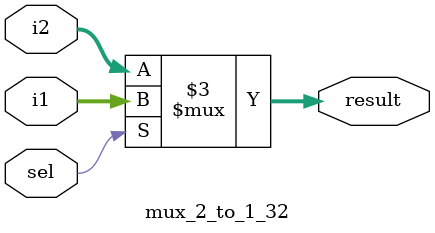
<source format=sv>
module mux_2_to_1_32 #(parameter N=32)(input [N-1:0] i1, i2, input logic sel, output [N-1:0] result);
	
	always @* begin
    if (sel)
      result = i1;
    else
      result = i2;
  end

endmodule
</source>
